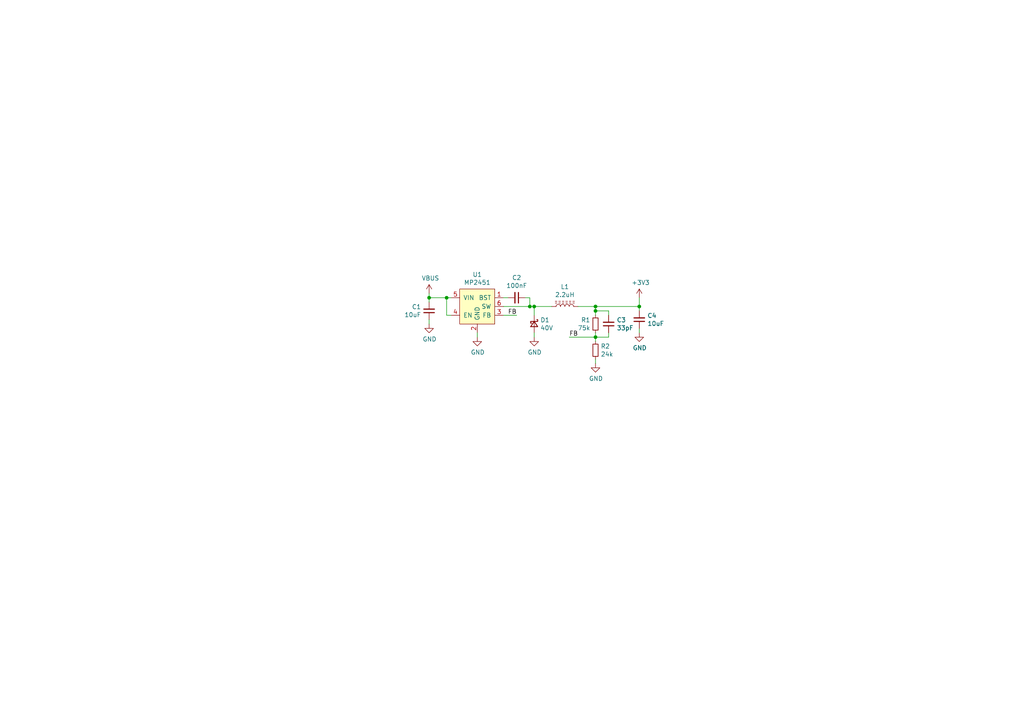
<source format=kicad_sch>
(kicad_sch (version 20230121) (generator eeschema)
  (paper "A4")
  (lib_symbols
    (symbol "Device:C_Small" (pin_numbers hide) (pin_names (offset 0.254) hide)
      (property "Reference" "C" (at 0.254 1.778 0))
      (property "Value" "C_Small" (at 0.254 -2.032 0))
      (symbol "C_Small_0_1"
        (polyline (pts (xy -1.524 -0.508) (xy 1.524 -0.508)) (stroke (width 0.3302)))
        (polyline (pts (xy -1.524 0.508) (xy 1.524 0.508)) (stroke (width 0.3048)))
      )
      (symbol "C_Small_1_1"
        (pin passive line (at 0 2.54 270) (length 2.032) (name "~") (number "1"))
        (pin passive line (at 0 -2.54 90) (length 2.032) (name "~") (number "2"))
      )
    )
    (symbol "Device:D_Schottky_Small" (pin_numbers hide) (pin_names (offset 0.254) hide)
      (property "Reference" "D" (at -1.27 2.032 0))
      (property "Value" "D_Schottky_Small" (at -7.112 -2.032 0))
      (symbol "D_Schottky_Small_0_1"
        (polyline (pts (xy -0.762 0) (xy 0.762 0)))
        (polyline (pts (xy 0.762 -1.016) (xy -0.762 0) (xy 0.762 1.016) (xy 0.762 -1.016)) (stroke (width 0.254)))
        (polyline (pts (xy -1.27 0.762) (xy -1.27 1.016) (xy -0.762 1.016) (xy -0.762 -1.016) (xy -0.254 -1.016) (xy -0.254 -0.762)) (stroke (width 0.254)))
      )
      (symbol "D_Schottky_Small_1_1"
        (pin passive line (at -2.54 0 0) (length 1.778) (name "K") (number "1"))
        (pin passive line (at 2.54 0 180) (length 1.778) (name "A") (number "2"))
      )
    )
    (symbol "Device:L_Ferrite" (pin_numbers hide) (pin_names (offset 1.016) hide)
      (property "Reference" "L" (at -1.27 0 90))
      (property "Value" "L_Ferrite" (at 2.794 0 90))
      (symbol "L_Ferrite_0_1"
        (arc (start 0 -2.54) (mid 0.6323 -1.905) (end 0 -1.27))
        (arc (start 0 -1.27) (mid 0.6323 -0.635) (end 0 0))
        (polyline (pts (xy 1.016 -2.794) (xy 1.016 -2.286)))
        (polyline (pts (xy 1.016 -1.778) (xy 1.016 -1.27)))
        (polyline (pts (xy 1.016 -0.762) (xy 1.016 -0.254)))
        (polyline (pts (xy 1.016 0.254) (xy 1.016 0.762)))
        (polyline (pts (xy 1.016 1.27) (xy 1.016 1.778)))
        (polyline (pts (xy 1.016 2.286) (xy 1.016 2.794)))
        (polyline (pts (xy 1.524 -2.286) (xy 1.524 -2.794)))
        (polyline (pts (xy 1.524 -1.27) (xy 1.524 -1.778)))
        (polyline (pts (xy 1.524 -0.254) (xy 1.524 -0.762)))
        (polyline (pts (xy 1.524 0.762) (xy 1.524 0.254)))
        (polyline (pts (xy 1.524 1.778) (xy 1.524 1.27)))
        (polyline (pts (xy 1.524 2.794) (xy 1.524 2.286)))
        (arc (start 0 0) (mid 0.6323 0.635) (end 0 1.27))
        (arc (start 0 1.27) (mid 0.6323 1.905) (end 0 2.54))
      )
      (symbol "L_Ferrite_1_1"
        (pin passive line (at 0 3.81 270) (length 1.27) (name "1") (number "1"))
        (pin passive line (at 0 -3.81 90) (length 1.27) (name "2") (number "2"))
      )
    )
    (symbol "Device:R_Small" (pin_numbers hide) (pin_names (offset 0.254) hide)
      (property "Reference" "R" (at 0.762 0.508 0))
      (property "Value" "R_Small" (at 0.762 -1.016 0))
      (symbol "R_Small_0_1"
        (rectangle (start -0.762 1.778) (end 0.762 -1.778) (stroke (width 0.2032)))
      )
      (symbol "R_Small_1_1"
        (pin passive line (at 0 2.54 270) (length 0.762) (name "~") (number "1"))
        (pin passive line (at 0 -2.54 90) (length 0.762) (name "~") (number "2"))
      )
    )
    (symbol "meansOfCircuitDesign:MP2451" (pin_names (offset 1.016))
      (property "Reference" "U" (at 0 8.89 0))
      (property "Value" "MP2451" (at 0 6.35 0))
      (symbol "MP2451_0_1"
        (rectangle (start -5.08 5.08) (end 5.08 -5.08) (fill (type background)))
      )
      (symbol "MP2451_1_1"
        (pin passive line (at 7.62 2.54 180) (length 2.54) (name "BST") (number "1"))
        (pin passive line (at 0 -7.62 90) (length 2.54) (name "GND") (number "2"))
        (pin input line (at 7.62 -2.54 180) (length 2.54) (name "FB") (number "3"))
        (pin input line (at -7.62 -2.54 0) (length 2.54) (name "EN") (number "4"))
        (pin input line (at -7.62 2.54 0) (length 2.54) (name "VIN") (number "5"))
        (pin output line (at 7.62 0 180) (length 2.54) (name "SW") (number "6"))
      )
    )
    (symbol "power:+3V3" (power) (pin_names (offset 0))
      (property "Value" "+3V3" (at 0 3.556 0))
      (symbol "+3V3_0_1"
        (polyline (pts (xy -0.762 1.27) (xy 0 2.54)))
        (polyline (pts (xy 0 0) (xy 0 2.54)))
        (polyline (pts (xy 0 2.54) (xy 0.762 1.27)))
      )
      (symbol "+3V3_1_1"
        (pin power_in line (at 0 0 90) (length 0) hide (name "+3V3") (number "1"))
      )
    )
    (symbol "power:GND" (power) (pin_names (offset 0))
      (property "Value" "GND" (at 0 -3.81 0))
      (symbol "GND_0_1"
        (polyline (pts (xy 0 0) (xy 0 -1.27) (xy 1.27 -1.27) (xy 0 -2.54) (xy -1.27 -1.27) (xy 0 -1.27)))
      )
      (symbol "GND_1_1"
        (pin power_in line (at 0 0 270) (length 0) hide (name "GND") (number "1"))
      )
    )
    (symbol "power:VBUS" (power) (pin_names (offset 0))
      (property "Value" "VBUS" (at 0 3.81 0))
      (symbol "VBUS_0_1"
        (polyline (pts (xy -0.762 1.27) (xy 0 2.54)))
        (polyline (pts (xy 0 0) (xy 0 2.54)))
        (polyline (pts (xy 0 2.54) (xy 0.762 1.27)))
      )
      (symbol "VBUS_1_1"
        (pin power_in line (at 0 0 90) (length 0) hide (name "VBUS") (number "1"))
      )
    )
  )
  (junction (at 185.42 88.9))
  (junction (at 154.94 88.9))
  (junction (at 129.54 86.36))
  (junction (at 172.72 90.17))
  (junction (at 172.72 88.9))
  (junction (at 153.67 88.9))
  (junction (at 124.46 86.36))
  (junction (at 172.72 97.79))
  (wire (pts (xy 149.86 91.44) (xy 146.05 91.44)))
  (wire (pts (xy 172.72 105.41) (xy 172.72 104.14)))
  (wire (pts (xy 147.32 86.36) (xy 146.05 86.36)))
  (wire (pts (xy 172.72 97.79) (xy 172.72 99.06)))
  (wire (pts (xy 153.67 88.9) (xy 146.05 88.9)))
  (wire (pts (xy 172.72 90.17) (xy 172.72 88.9)))
  (wire (pts (xy 138.43 97.79) (xy 138.43 96.52)))
  (wire (pts (xy 160.02 88.9) (xy 154.94 88.9)))
  (wire (pts (xy 172.72 88.9) (xy 167.64 88.9)))
  (wire (pts (xy 172.72 97.79) (xy 165.1 97.79)))
  (wire (pts (xy 153.67 86.36) (xy 153.67 88.9)))
  (wire (pts (xy 152.4 86.36) (xy 153.67 86.36)))
  (wire (pts (xy 124.46 86.36) (xy 124.46 87.63)))
  (wire (pts (xy 185.42 90.17) (xy 185.42 88.9)))
  (wire (pts (xy 172.72 90.17) (xy 176.53 90.17)))
  (wire (pts (xy 154.94 91.44) (xy 154.94 88.9)))
  (wire (pts (xy 176.53 90.17) (xy 176.53 91.44)))
  (wire (pts (xy 129.54 86.36) (xy 130.81 86.36)))
  (wire (pts (xy 124.46 93.98) (xy 124.46 92.71)))
  (wire (pts (xy 172.72 96.52) (xy 172.72 97.79)))
  (wire (pts (xy 172.72 88.9) (xy 185.42 88.9)))
  (wire (pts (xy 130.81 91.44) (xy 129.54 91.44)))
  (wire (pts (xy 154.94 88.9) (xy 153.67 88.9)))
  (wire (pts (xy 185.42 88.9) (xy 185.42 86.36)))
  (wire (pts (xy 185.42 96.52) (xy 185.42 95.25)))
  (wire (pts (xy 176.53 96.52) (xy 176.53 97.79)))
  (wire (pts (xy 172.72 91.44) (xy 172.72 90.17)))
  (wire (pts (xy 124.46 85.09) (xy 124.46 86.36)))
  (wire (pts (xy 129.54 86.36) (xy 124.46 86.36)))
  (wire (pts (xy 154.94 97.79) (xy 154.94 96.52)))
  (wire (pts (xy 129.54 91.44) (xy 129.54 86.36)))
  (wire (pts (xy 176.53 97.79) (xy 172.72 97.79)))
  (label "FB" (at 165.1 97.79 0))
  (label "FB" (at 149.86 91.44 180))
  (symbol (lib_id "meansOfCircuitDesign:MP2451") (at 138.43 88.9 0) (unit 1)
    (property "Reference" "U1" (at 138.43 79.629 0))
    (property "Value" "MP2451" (at 138.43 81.9404 0))
    (property "Footprint" "Package_TO_SOT_SMD:SOT-23-6" (effects hide))
    (property "Datasheet" "https://www.monolithicpower.com/en/documentview/productdocument/index/version/2/document_type/Datasheet/lang/en/sku/MP2451/document_id/253/" (effects hide))
    (property "JLC" "SOT-23-6L" (effects hide))
    (property "LCSC" "C14123" (effects hide))
  )
  (symbol (lib_id "Device:L_Ferrite") (at 163.83 88.9 90) (unit 1)
    (property "Reference" "L1" (at 163.83 83.185 90))
    (property "Value" "2.2uH" (at 163.83 85.4964 90))
    (property "Footprint" "Inductor_SMD:L_1008_2520Metric" (effects hide))
    (property "JLC" "SMD_2.5x2.0x1.2mm" (effects hide))
    (property "LCSC" "C779529" (effects hide))
    (property "MPN" "BDCD002520122R2MS1" (effects hide))
  )
  (symbol (lib_id "Device:R_Small") (at 172.72 93.98 0) (unit 1)
    (property "Reference" "R1" (at 171.2214 92.8116 0) (effects (justify right)))
    (property "Value" "75k" (at 171.2214 95.123 0) (effects (justify right)))
    (property "Footprint" "Resistor_SMD:R_0402_1005Metric" (effects hide))
    (property "JLC" "0402" (effects hide))
    (property "LCSC" "C25798" (effects hide))
  )
  (symbol (lib_id "Device:R_Small") (at 172.72 101.6 0) (unit 1)
    (property "Reference" "R2" (at 174.2186 100.4316 0) (effects (justify left)))
    (property "Value" "24k" (at 174.2186 102.743 0) (effects (justify left)))
    (property "Footprint" "Resistor_SMD:R_0402_1005Metric" (effects hide))
    (property "JLC" "0402" (effects hide))
    (property "LCSC" "C25769" (effects hide))
  )
  (symbol (lib_id "Device:D_Schottky_Small") (at 154.94 93.98 270) (unit 1)
    (property "Reference" "D1" (at 156.718 92.8116 90) (effects (justify left)))
    (property "Value" "40V" (at 156.718 95.123 90) (effects (justify left)))
    (property "Footprint" "Diode_SMD:D_SOD-123" (effects hide))
    (property "JLC" "SOD-123" (effects hide))
    (property "LCSC" "C8598" (effects hide))
    (property "MPN" "B5819W" (effects hide))
  )
  (symbol (lib_id "Device:C_Small") (at 149.86 86.36 270) (unit 1)
    (property "Reference" "C2" (at 149.86 80.5434 90))
    (property "Value" "100nF" (at 149.86 82.8548 90))
    (property "Footprint" "Capacitor_SMD:C_0402_1005Metric" (effects hide))
    (property "JLC" "0402" (effects hide))
    (property "LCSC" "C1525" (effects hide))
  )
  (symbol (lib_id "power:GND") (at 154.94 97.79 0) (unit 1)
    (property "Reference" "#PWR04" (effects hide))
    (property "Value" "GND" (at 155.067 102.1842 0))
  )
  (symbol (lib_id "power:GND") (at 172.72 105.41 0) (unit 1)
    (property "Reference" "#PWR05" (effects hide))
    (property "Value" "GND" (at 172.847 109.8042 0))
  )
  (symbol (lib_id "Device:C_Small") (at 176.53 93.98 180) (unit 1)
    (property "Reference" "C3" (at 178.8668 92.8116 0) (effects (justify right)))
    (property "Value" "33pF" (at 178.8668 95.123 0) (effects (justify right)))
    (property "Footprint" "Capacitor_SMD:C_0402_1005Metric" (effects hide))
    (property "JLC" "0402" (effects hide))
    (property "LCSC" "C1562" (effects hide))
  )
  (symbol (lib_id "Device:C_Small") (at 185.42 92.71 180) (unit 1)
    (property "Reference" "C4" (at 187.7568 91.5416 0) (effects (justify right)))
    (property "Value" "10uF" (at 187.7568 93.853 0) (effects (justify right)))
    (property "Footprint" "Capacitor_SMD:C_0402_1005Metric" (effects hide))
    (property "JLC" "0402" (effects hide))
    (property "LCSC" "C15525" (effects hide))
  )
  (symbol (lib_id "power:GND") (at 185.42 96.52 0) (unit 1)
    (property "Reference" "#PWR07" (effects hide))
    (property "Value" "GND" (at 185.547 100.9142 0))
  )
  (symbol (lib_id "Device:C_Small") (at 124.46 90.17 180) (unit 1)
    (property "Reference" "C1" (at 122.1486 89.0016 0) (effects (justify left)))
    (property "Value" "10uF" (at 122.1486 91.313 0) (effects (justify left)))
    (property "Footprint" "Capacitor_SMD:C_1206_3216Metric" (effects hide))
    (property "JLC" "1206" (effects hide))
    (property "LCSC" "C13585" (effects hide))
  )
  (symbol (lib_id "power:GND") (at 138.43 97.79 0) (unit 1)
    (property "Reference" "#PWR03" (effects hide))
    (property "Value" "GND" (at 138.557 102.1842 0))
  )
  (symbol (lib_id "power:GND") (at 124.46 93.98 0) (unit 1)
    (property "Reference" "#PWR02" (effects hide))
    (property "Value" "GND" (at 124.587 98.3742 0))
  )
  (symbol (lib_id "power:+3V3") (at 185.42 86.36 0) (unit 1)
    (property "Reference" "#PWR06" (effects hide))
    (property "Value" "+3V3" (at 185.801 81.9658 0))
  )
  (symbol (lib_id "power:VBUS") (at 124.46 85.09 0) (unit 1)
    (property "Reference" "#PWR01" (effects hide))
    (property "Value" "VBUS" (at 124.841 80.6958 0))
  )
)
</source>
